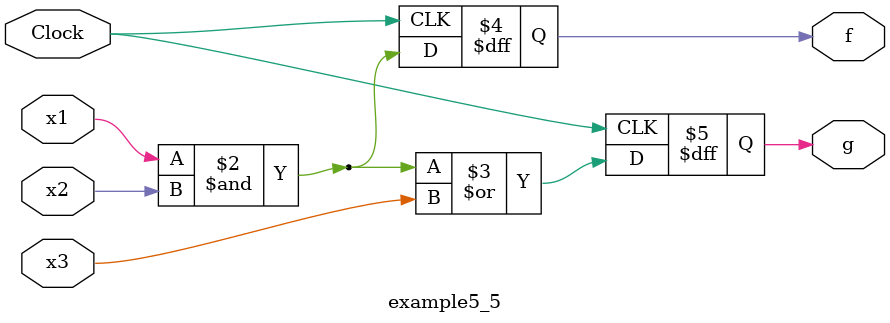
<source format=v>
module example5_5 (x1, x2, x3, Clock, f, g);
	input x1, x2, x3, Clock;
	output reg f, g;

	always @(posedge Clock)
	begin
		f = x1 & x2;
		g = f | x3;
	end

endmodule


</source>
